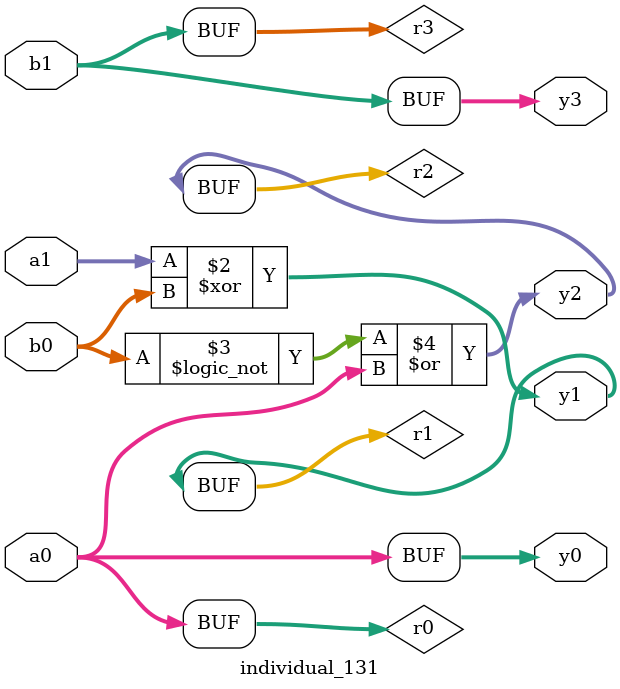
<source format=sv>
module individual_131(input logic [15:0] a1, input logic [15:0] a0, input logic [15:0] b1, input logic [15:0] b0, output logic [15:0] y3, output logic [15:0] y2, output logic [15:0] y1, output logic [15:0] y0);
logic [15:0] r0, r1, r2, r3; 
 always@(*) begin 
	 r0 = a0; r1 = a1; r2 = b0; r3 = b1; 
 	 r1  ^=  b0 ;
 	 r2 = ! b0 ;
 	 r2  |=  a0 ;
 	 y3 = r3; y2 = r2; y1 = r1; y0 = r0; 
end
endmodule
</source>
